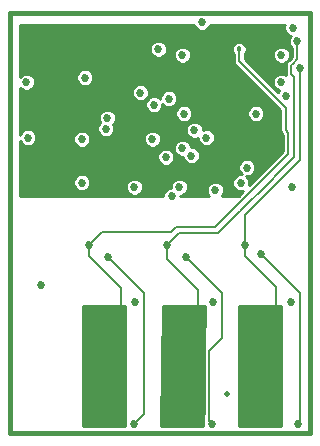
<source format=gbr>
G04 (created by PCBNEW-RS274X (2012-01-19 BZR 3256)-stable) date 9/11/2012 11:00:15 PM*
G01*
G70*
G90*
%MOIN*%
G04 Gerber Fmt 3.4, Leading zero omitted, Abs format*
%FSLAX34Y34*%
G04 APERTURE LIST*
%ADD10C,0.001000*%
%ADD11C,0.015000*%
%ADD12C,0.027000*%
%ADD13C,0.020000*%
%ADD14C,0.018000*%
%ADD15C,0.008000*%
%ADD16C,0.007000*%
%ADD17C,0.010000*%
G04 APERTURE END LIST*
G54D10*
G54D11*
X44016Y-40961D02*
X44016Y-54961D01*
X54016Y-40961D02*
X44016Y-40961D01*
X54016Y-54961D02*
X54016Y-40961D01*
X44016Y-54961D02*
X54016Y-54961D01*
G54D12*
X52616Y-45161D03*
X50066Y-43461D03*
X47366Y-46061D03*
X50666Y-45711D03*
X45716Y-44711D03*
X45666Y-46811D03*
X47616Y-43211D03*
X44566Y-43261D03*
G54D13*
X51266Y-53661D03*
G54D12*
X53216Y-43711D03*
X49216Y-45761D03*
X50066Y-45711D03*
X49666Y-46761D03*
X49416Y-47061D03*
X49766Y-45461D03*
X51716Y-46621D03*
X48766Y-45161D03*
X47266Y-44461D03*
X47216Y-44811D03*
X49766Y-42361D03*
X53066Y-43261D03*
X52216Y-44311D03*
X50866Y-46861D03*
X51916Y-46111D03*
X48366Y-43611D03*
X48166Y-46761D03*
X46416Y-46611D03*
X44616Y-45111D03*
X53416Y-46761D03*
X53066Y-42361D03*
X53450Y-41450D03*
X48966Y-42161D03*
X46416Y-45161D03*
X45066Y-50011D03*
X50416Y-41261D03*
X46516Y-43111D03*
X49316Y-43811D03*
X48816Y-44011D03*
X53400Y-50600D03*
X52400Y-49000D03*
X53616Y-54661D03*
X50800Y-50600D03*
X49900Y-49100D03*
X50766Y-54661D03*
X48200Y-50600D03*
X47300Y-49100D03*
X48166Y-54661D03*
X49816Y-44311D03*
X46566Y-54561D03*
X47166Y-54561D03*
X46566Y-54261D03*
X46866Y-54561D03*
X47766Y-54561D03*
X46866Y-54261D03*
X47766Y-53961D03*
X47766Y-54261D03*
X47466Y-54261D03*
X46566Y-53961D03*
X46866Y-53961D03*
X47166Y-53961D03*
X47466Y-53961D03*
X47166Y-54261D03*
X47466Y-54561D03*
X46650Y-48700D03*
G54D14*
X51666Y-42161D03*
G54D12*
X49466Y-54561D03*
X49166Y-54561D03*
X49466Y-54261D03*
X49166Y-54261D03*
X49766Y-54561D03*
X50066Y-54561D03*
X50366Y-54561D03*
X50066Y-53961D03*
X49166Y-53961D03*
X49466Y-53961D03*
X49766Y-53961D03*
X49766Y-54261D03*
X50366Y-53961D03*
X50366Y-54261D03*
X50066Y-54261D03*
X49250Y-48700D03*
X53600Y-41900D03*
X52066Y-54561D03*
X51766Y-53961D03*
X51766Y-54561D03*
X52666Y-53961D03*
X52966Y-54561D03*
X51766Y-54261D03*
X52066Y-54261D03*
X52366Y-54261D03*
X52666Y-54261D03*
X52966Y-54261D03*
X52966Y-53961D03*
X52366Y-54561D03*
X52066Y-53961D03*
X52666Y-54561D03*
X52366Y-53961D03*
X53700Y-42800D03*
X51850Y-48700D03*
X50166Y-44861D03*
X50566Y-45111D03*
G54D15*
X53700Y-54577D02*
X53700Y-50300D01*
X52400Y-49000D02*
X53700Y-50300D01*
X53616Y-54661D02*
X53700Y-54577D01*
X50666Y-52234D02*
X51100Y-51800D01*
X51100Y-51800D02*
X51100Y-50300D01*
X50766Y-54661D02*
X50666Y-54561D01*
X51100Y-50300D02*
X49900Y-49100D01*
X50666Y-54266D02*
X50666Y-54261D01*
X50666Y-54261D02*
X50666Y-52234D01*
X50666Y-54561D02*
X50666Y-54261D01*
X48500Y-51500D02*
X48500Y-50300D01*
X48500Y-50300D02*
X47300Y-49100D01*
X48166Y-54661D02*
X48500Y-54327D01*
X48500Y-54327D02*
X48500Y-51500D01*
X47717Y-54055D02*
X47717Y-50117D01*
X47150Y-49550D02*
X46650Y-49050D01*
X53216Y-44866D02*
X53300Y-44950D01*
X51666Y-42161D02*
X51666Y-42561D01*
X47717Y-50117D02*
X47150Y-49550D01*
G54D16*
X50850Y-48100D02*
X49700Y-48100D01*
X53300Y-44950D02*
X53300Y-45650D01*
X49700Y-48100D02*
X49550Y-48100D01*
X49400Y-48250D02*
X47400Y-48250D01*
G54D15*
X53216Y-44111D02*
X53216Y-44866D01*
X51666Y-42561D02*
X53216Y-44111D01*
X46650Y-49050D02*
X46650Y-48700D01*
G54D16*
X50950Y-48000D02*
X50850Y-48100D01*
X51050Y-47900D02*
X50950Y-48000D01*
X53200Y-45750D02*
X51850Y-47100D01*
X53300Y-45650D02*
X53200Y-45750D01*
X47100Y-48250D02*
X47400Y-48250D01*
X51850Y-47100D02*
X51050Y-47900D01*
X47100Y-48250D02*
X46650Y-48700D01*
X49550Y-48100D02*
X49400Y-48250D01*
G54D15*
X50276Y-50176D02*
X49750Y-49650D01*
G54D16*
X53600Y-42500D02*
X53450Y-42650D01*
X49250Y-48700D02*
X49650Y-48300D01*
X53500Y-43100D02*
X53500Y-44950D01*
G54D15*
X49750Y-49650D02*
X49250Y-49150D01*
G54D16*
X52950Y-46300D02*
X52950Y-46300D01*
G54D15*
X50276Y-54055D02*
X50276Y-50176D01*
G54D16*
X49950Y-48300D02*
X49800Y-48300D01*
X53400Y-42800D02*
X53400Y-43000D01*
X53400Y-43000D02*
X53500Y-43100D01*
X51200Y-48050D02*
X50950Y-48300D01*
X49650Y-48300D02*
X49800Y-48300D01*
X53450Y-42650D02*
X53400Y-42700D01*
X52950Y-46300D02*
X52672Y-46578D01*
X53250Y-46000D02*
X52950Y-46300D01*
X53500Y-43100D02*
X53500Y-43100D01*
X53500Y-44950D02*
X53500Y-45750D01*
X53600Y-42300D02*
X53600Y-42500D01*
X53400Y-42700D02*
X53400Y-42800D01*
X50950Y-48300D02*
X49950Y-48300D01*
X53500Y-45750D02*
X53250Y-46000D01*
X51700Y-47550D02*
X52672Y-46578D01*
X52672Y-46578D02*
X52672Y-46578D01*
G54D15*
X49250Y-49150D02*
X49250Y-48700D01*
G54D16*
X51700Y-47550D02*
X51200Y-48050D01*
X53600Y-41900D02*
X53600Y-42300D01*
G54D15*
X51850Y-49050D02*
X51850Y-48700D01*
G54D16*
X53700Y-45850D02*
X53600Y-45950D01*
X53700Y-42800D02*
X53700Y-43250D01*
X52550Y-47000D02*
X52150Y-47400D01*
G54D15*
X52874Y-54055D02*
X52874Y-50074D01*
G54D16*
X51850Y-47700D02*
X52150Y-47400D01*
G54D15*
X52874Y-50074D02*
X52350Y-49550D01*
G54D16*
X51850Y-47700D02*
X51850Y-48700D01*
X53700Y-43250D02*
X53700Y-45850D01*
X53600Y-45950D02*
X52550Y-47000D01*
G54D15*
X52350Y-49550D02*
X51850Y-49050D01*
G54D17*
X44350Y-41350D02*
X50145Y-41350D01*
X50686Y-41350D02*
X53184Y-41350D01*
X44350Y-41430D02*
X50184Y-41430D01*
X50648Y-41430D02*
X53166Y-41430D01*
X44350Y-41510D02*
X50277Y-41510D01*
X50557Y-41510D02*
X53168Y-41510D01*
X44350Y-41590D02*
X53201Y-41590D01*
X44350Y-41670D02*
X53269Y-41670D01*
X44350Y-41750D02*
X53355Y-41750D01*
X44350Y-41830D02*
X53321Y-41830D01*
X44350Y-41910D02*
X48830Y-41910D01*
X49101Y-41910D02*
X53316Y-41910D01*
X44350Y-41990D02*
X48736Y-41990D01*
X49196Y-41990D02*
X51499Y-41990D01*
X51833Y-41990D02*
X53331Y-41990D01*
X44350Y-42070D02*
X48696Y-42070D01*
X49235Y-42070D02*
X51445Y-42070D01*
X51887Y-42070D02*
X53369Y-42070D01*
X44350Y-42150D02*
X48682Y-42150D01*
X49250Y-42150D02*
X49576Y-42150D01*
X49956Y-42150D02*
X51427Y-42150D01*
X51905Y-42150D02*
X52876Y-42150D01*
X53256Y-42150D02*
X53415Y-42150D01*
X44350Y-42230D02*
X48688Y-42230D01*
X49245Y-42230D02*
X49250Y-42230D01*
X49250Y-42230D02*
X49513Y-42230D01*
X50018Y-42230D02*
X51436Y-42230D01*
X51897Y-42230D02*
X52813Y-42230D01*
X53318Y-42230D02*
X53415Y-42230D01*
X44350Y-42310D02*
X48721Y-42310D01*
X49212Y-42310D02*
X49250Y-42310D01*
X49250Y-42310D02*
X49482Y-42310D01*
X50050Y-42310D02*
X51476Y-42310D01*
X51856Y-42310D02*
X52782Y-42310D01*
X53350Y-42310D02*
X53415Y-42310D01*
X44350Y-42390D02*
X48794Y-42390D01*
X49138Y-42390D02*
X49250Y-42390D01*
X49250Y-42390D02*
X49482Y-42390D01*
X50050Y-42390D02*
X51476Y-42390D01*
X51856Y-42390D02*
X52782Y-42390D01*
X53350Y-42390D02*
X53415Y-42390D01*
X44350Y-42470D02*
X49250Y-42470D01*
X49250Y-42470D02*
X49504Y-42470D01*
X50028Y-42470D02*
X50050Y-42470D01*
X50050Y-42470D02*
X51476Y-42470D01*
X51856Y-42470D02*
X52804Y-42470D01*
X53328Y-42470D02*
X53350Y-42470D01*
X53350Y-42470D02*
X53368Y-42470D01*
X44350Y-42550D02*
X49250Y-42550D01*
X49250Y-42550D02*
X49554Y-42550D01*
X49978Y-42550D02*
X50050Y-42550D01*
X50050Y-42550D02*
X51476Y-42550D01*
X51923Y-42550D02*
X52854Y-42550D01*
X53278Y-42550D02*
X53288Y-42550D01*
X44350Y-42630D02*
X49250Y-42630D01*
X49250Y-42630D02*
X49674Y-42630D01*
X49859Y-42630D02*
X50050Y-42630D01*
X50050Y-42630D02*
X51490Y-42630D01*
X52003Y-42630D02*
X52974Y-42630D01*
X53159Y-42630D02*
X53228Y-42630D01*
X44350Y-42710D02*
X49250Y-42710D01*
X49250Y-42710D02*
X50050Y-42710D01*
X50050Y-42710D02*
X51547Y-42710D01*
X52083Y-42710D02*
X53215Y-42710D01*
X44350Y-42790D02*
X49250Y-42790D01*
X49250Y-42790D02*
X50050Y-42790D01*
X50050Y-42790D02*
X51627Y-42790D01*
X52163Y-42790D02*
X53215Y-42790D01*
X44350Y-42870D02*
X46356Y-42870D01*
X46674Y-42870D02*
X49250Y-42870D01*
X49250Y-42870D02*
X50050Y-42870D01*
X50050Y-42870D02*
X51707Y-42870D01*
X52243Y-42870D02*
X53215Y-42870D01*
X44350Y-42950D02*
X46276Y-42950D01*
X46756Y-42950D02*
X49250Y-42950D01*
X49250Y-42950D02*
X50050Y-42950D01*
X50050Y-42950D02*
X51787Y-42950D01*
X52323Y-42950D02*
X53215Y-42950D01*
X44350Y-43030D02*
X44396Y-43030D01*
X44736Y-43030D02*
X46242Y-43030D01*
X46789Y-43030D02*
X49250Y-43030D01*
X49250Y-43030D02*
X50050Y-43030D01*
X50050Y-43030D02*
X51867Y-43030D01*
X52403Y-43030D02*
X52896Y-43030D01*
X44810Y-43110D02*
X46232Y-43110D01*
X46800Y-43110D02*
X49250Y-43110D01*
X49250Y-43110D02*
X50050Y-43110D01*
X50050Y-43110D02*
X51947Y-43110D01*
X52483Y-43110D02*
X52821Y-43110D01*
X44843Y-43190D02*
X46242Y-43190D01*
X46791Y-43190D02*
X46800Y-43190D01*
X46800Y-43190D02*
X49250Y-43190D01*
X49250Y-43190D02*
X50050Y-43190D01*
X50050Y-43190D02*
X52027Y-43190D01*
X52563Y-43190D02*
X52787Y-43190D01*
X44850Y-43270D02*
X46275Y-43270D01*
X46757Y-43270D02*
X46800Y-43270D01*
X46800Y-43270D02*
X49250Y-43270D01*
X49250Y-43270D02*
X50050Y-43270D01*
X50050Y-43270D02*
X52107Y-43270D01*
X52643Y-43270D02*
X52782Y-43270D01*
X44837Y-43350D02*
X46354Y-43350D01*
X46678Y-43350D02*
X46800Y-43350D01*
X46800Y-43350D02*
X48254Y-43350D01*
X48477Y-43350D02*
X49250Y-43350D01*
X49250Y-43350D02*
X50050Y-43350D01*
X50050Y-43350D02*
X52187Y-43350D01*
X52723Y-43350D02*
X52796Y-43350D01*
X44798Y-43430D02*
X46800Y-43430D01*
X46800Y-43430D02*
X48146Y-43430D01*
X48586Y-43430D02*
X49250Y-43430D01*
X49250Y-43430D02*
X50050Y-43430D01*
X50050Y-43430D02*
X52267Y-43430D01*
X52803Y-43430D02*
X52834Y-43430D01*
X44350Y-43510D02*
X44427Y-43510D01*
X44707Y-43510D02*
X46800Y-43510D01*
X46800Y-43510D02*
X48100Y-43510D01*
X48631Y-43510D02*
X49250Y-43510D01*
X49250Y-43510D02*
X50050Y-43510D01*
X50050Y-43510D02*
X52347Y-43510D01*
X52883Y-43510D02*
X52927Y-43510D01*
X44350Y-43590D02*
X46800Y-43590D01*
X46800Y-43590D02*
X48082Y-43590D01*
X48650Y-43590D02*
X49136Y-43590D01*
X49496Y-43590D02*
X50050Y-43590D01*
X50050Y-43590D02*
X52427Y-43590D01*
X44350Y-43670D02*
X46800Y-43670D01*
X46800Y-43670D02*
X48084Y-43670D01*
X48650Y-43670D02*
X48650Y-43670D01*
X48650Y-43670D02*
X49067Y-43670D01*
X49564Y-43670D02*
X50050Y-43670D01*
X50050Y-43670D02*
X52507Y-43670D01*
X44350Y-43750D02*
X46800Y-43750D01*
X46800Y-43750D02*
X48117Y-43750D01*
X48616Y-43750D02*
X48650Y-43750D01*
X48650Y-43750D02*
X48704Y-43750D01*
X48927Y-43750D02*
X49033Y-43750D01*
X49597Y-43750D02*
X50050Y-43750D01*
X50050Y-43750D02*
X52587Y-43750D01*
X44350Y-43830D02*
X46800Y-43830D01*
X46800Y-43830D02*
X48184Y-43830D01*
X48548Y-43830D02*
X48596Y-43830D01*
X49600Y-43830D02*
X50050Y-43830D01*
X50050Y-43830D02*
X52667Y-43830D01*
X44350Y-43910D02*
X46800Y-43910D01*
X46800Y-43910D02*
X48550Y-43910D01*
X49583Y-43910D02*
X49600Y-43910D01*
X49600Y-43910D02*
X50050Y-43910D01*
X50050Y-43910D02*
X52747Y-43910D01*
X44350Y-43990D02*
X46800Y-43990D01*
X46800Y-43990D02*
X48532Y-43990D01*
X49538Y-43990D02*
X49600Y-43990D01*
X49600Y-43990D02*
X50050Y-43990D01*
X50050Y-43990D02*
X52827Y-43990D01*
X44350Y-44070D02*
X46800Y-44070D01*
X46800Y-44070D02*
X48534Y-44070D01*
X49100Y-44070D02*
X49200Y-44070D01*
X49433Y-44070D02*
X49600Y-44070D01*
X49600Y-44070D02*
X49656Y-44070D01*
X49974Y-44070D02*
X50050Y-44070D01*
X50050Y-44070D02*
X52056Y-44070D01*
X52374Y-44070D02*
X52907Y-44070D01*
X44350Y-44150D02*
X46800Y-44150D01*
X46800Y-44150D02*
X48567Y-44150D01*
X49066Y-44150D02*
X49576Y-44150D01*
X50056Y-44150D02*
X51976Y-44150D01*
X52456Y-44150D02*
X52987Y-44150D01*
X44350Y-44230D02*
X46800Y-44230D01*
X46800Y-44230D02*
X47096Y-44230D01*
X47436Y-44230D02*
X48634Y-44230D01*
X48998Y-44230D02*
X49542Y-44230D01*
X50089Y-44230D02*
X51942Y-44230D01*
X52489Y-44230D02*
X53026Y-44230D01*
X44350Y-44310D02*
X46800Y-44310D01*
X46800Y-44310D02*
X47021Y-44310D01*
X47510Y-44310D02*
X49532Y-44310D01*
X50100Y-44310D02*
X51932Y-44310D01*
X52500Y-44310D02*
X53026Y-44310D01*
X44350Y-44390D02*
X46800Y-44390D01*
X46800Y-44390D02*
X46987Y-44390D01*
X47543Y-44390D02*
X49542Y-44390D01*
X50091Y-44390D02*
X50100Y-44390D01*
X50100Y-44390D02*
X51942Y-44390D01*
X52491Y-44390D02*
X52500Y-44390D01*
X52500Y-44390D02*
X53026Y-44390D01*
X44350Y-44470D02*
X46800Y-44470D01*
X46800Y-44470D02*
X46982Y-44470D01*
X47550Y-44470D02*
X49575Y-44470D01*
X50057Y-44470D02*
X50100Y-44470D01*
X50100Y-44470D02*
X51975Y-44470D01*
X52457Y-44470D02*
X52500Y-44470D01*
X52500Y-44470D02*
X53026Y-44470D01*
X44350Y-44550D02*
X46800Y-44550D01*
X46800Y-44550D02*
X46996Y-44550D01*
X47537Y-44550D02*
X47550Y-44550D01*
X47550Y-44550D02*
X49654Y-44550D01*
X49978Y-44550D02*
X50100Y-44550D01*
X50100Y-44550D02*
X52054Y-44550D01*
X52378Y-44550D02*
X52500Y-44550D01*
X52500Y-44550D02*
X53026Y-44550D01*
X44350Y-44630D02*
X46800Y-44630D01*
X46800Y-44630D02*
X46995Y-44630D01*
X47498Y-44630D02*
X47550Y-44630D01*
X47550Y-44630D02*
X49996Y-44630D01*
X50336Y-44630D02*
X52500Y-44630D01*
X52500Y-44630D02*
X53026Y-44630D01*
X44350Y-44710D02*
X46800Y-44710D01*
X46800Y-44710D02*
X46950Y-44710D01*
X47481Y-44710D02*
X47550Y-44710D01*
X47550Y-44710D02*
X49921Y-44710D01*
X50410Y-44710D02*
X52500Y-44710D01*
X52500Y-44710D02*
X53026Y-44710D01*
X44350Y-44790D02*
X46800Y-44790D01*
X46800Y-44790D02*
X46932Y-44790D01*
X47500Y-44790D02*
X47550Y-44790D01*
X47550Y-44790D02*
X49887Y-44790D01*
X50443Y-44790D02*
X52500Y-44790D01*
X52500Y-44790D02*
X53026Y-44790D01*
X44350Y-44870D02*
X44456Y-44870D01*
X44774Y-44870D02*
X46800Y-44870D01*
X46800Y-44870D02*
X46934Y-44870D01*
X47500Y-44870D02*
X47550Y-44870D01*
X47550Y-44870D02*
X49882Y-44870D01*
X50724Y-44870D02*
X52500Y-44870D01*
X52500Y-44870D02*
X53027Y-44870D01*
X44350Y-44950D02*
X44376Y-44950D01*
X44856Y-44950D02*
X46226Y-44950D01*
X46606Y-44950D02*
X46800Y-44950D01*
X46800Y-44950D02*
X46967Y-44950D01*
X47466Y-44950D02*
X47550Y-44950D01*
X47550Y-44950D02*
X48576Y-44950D01*
X48956Y-44950D02*
X49896Y-44950D01*
X50806Y-44950D02*
X52500Y-44950D01*
X52500Y-44950D02*
X53048Y-44950D01*
X44889Y-45030D02*
X46163Y-45030D01*
X46668Y-45030D02*
X46800Y-45030D01*
X46800Y-45030D02*
X47034Y-45030D01*
X47398Y-45030D02*
X47550Y-45030D01*
X47550Y-45030D02*
X48513Y-45030D01*
X49018Y-45030D02*
X49934Y-45030D01*
X50839Y-45030D02*
X52500Y-45030D01*
X52500Y-45030D02*
X53112Y-45030D01*
X44900Y-45110D02*
X46132Y-45110D01*
X46700Y-45110D02*
X46800Y-45110D01*
X46800Y-45110D02*
X47550Y-45110D01*
X47550Y-45110D02*
X48482Y-45110D01*
X49050Y-45110D02*
X50027Y-45110D01*
X50850Y-45110D02*
X52500Y-45110D01*
X52500Y-45110D02*
X53115Y-45110D01*
X44891Y-45190D02*
X46132Y-45190D01*
X46700Y-45190D02*
X46800Y-45190D01*
X46800Y-45190D02*
X47550Y-45190D01*
X47550Y-45190D02*
X48482Y-45190D01*
X49050Y-45190D02*
X49678Y-45190D01*
X49853Y-45190D02*
X50292Y-45190D01*
X50841Y-45190D02*
X50850Y-45190D01*
X50850Y-45190D02*
X52500Y-45190D01*
X52500Y-45190D02*
X53115Y-45190D01*
X44350Y-45270D02*
X44375Y-45270D01*
X44857Y-45270D02*
X46154Y-45270D01*
X46678Y-45270D02*
X46700Y-45270D01*
X46700Y-45270D02*
X46800Y-45270D01*
X46800Y-45270D02*
X47550Y-45270D01*
X47550Y-45270D02*
X48504Y-45270D01*
X49028Y-45270D02*
X49050Y-45270D01*
X49050Y-45270D02*
X49556Y-45270D01*
X49976Y-45270D02*
X50325Y-45270D01*
X50807Y-45270D02*
X50850Y-45270D01*
X50850Y-45270D02*
X52500Y-45270D01*
X52500Y-45270D02*
X53115Y-45270D01*
X44350Y-45350D02*
X44454Y-45350D01*
X44778Y-45350D02*
X46204Y-45350D01*
X46628Y-45350D02*
X46700Y-45350D01*
X46700Y-45350D02*
X46800Y-45350D01*
X46800Y-45350D02*
X47550Y-45350D01*
X47550Y-45350D02*
X48554Y-45350D01*
X48978Y-45350D02*
X49050Y-45350D01*
X49050Y-45350D02*
X49504Y-45350D01*
X50027Y-45350D02*
X50404Y-45350D01*
X50728Y-45350D02*
X50850Y-45350D01*
X50850Y-45350D02*
X52500Y-45350D01*
X52500Y-45350D02*
X53115Y-45350D01*
X44350Y-45430D02*
X46324Y-45430D01*
X46509Y-45430D02*
X46700Y-45430D01*
X46700Y-45430D02*
X46800Y-45430D01*
X46800Y-45430D02*
X47550Y-45430D01*
X47550Y-45430D02*
X48674Y-45430D01*
X48859Y-45430D02*
X49050Y-45430D01*
X49050Y-45430D02*
X49482Y-45430D01*
X50130Y-45430D02*
X50850Y-45430D01*
X50850Y-45430D02*
X52500Y-45430D01*
X52500Y-45430D02*
X53115Y-45430D01*
X44350Y-45510D02*
X46700Y-45510D01*
X46700Y-45510D02*
X46800Y-45510D01*
X46800Y-45510D02*
X47550Y-45510D01*
X47550Y-45510D02*
X49050Y-45510D01*
X49050Y-45510D02*
X49080Y-45510D01*
X49351Y-45510D02*
X49482Y-45510D01*
X50266Y-45510D02*
X50850Y-45510D01*
X50850Y-45510D02*
X52500Y-45510D01*
X52500Y-45510D02*
X53115Y-45510D01*
X44350Y-45590D02*
X46700Y-45590D01*
X46700Y-45590D02*
X46800Y-45590D01*
X46800Y-45590D02*
X47550Y-45590D01*
X47550Y-45590D02*
X48986Y-45590D01*
X49446Y-45590D02*
X49513Y-45590D01*
X50323Y-45590D02*
X50850Y-45590D01*
X50850Y-45590D02*
X52500Y-45590D01*
X52500Y-45590D02*
X53098Y-45590D01*
X44350Y-45670D02*
X46700Y-45670D01*
X46700Y-45670D02*
X46800Y-45670D01*
X46800Y-45670D02*
X47550Y-45670D01*
X47550Y-45670D02*
X48946Y-45670D01*
X49485Y-45670D02*
X49574Y-45670D01*
X50350Y-45670D02*
X50850Y-45670D01*
X50850Y-45670D02*
X52500Y-45670D01*
X52500Y-45670D02*
X53017Y-45670D01*
X44350Y-45750D02*
X46700Y-45750D01*
X46700Y-45750D02*
X46800Y-45750D01*
X46800Y-45750D02*
X47550Y-45750D01*
X47550Y-45750D02*
X48932Y-45750D01*
X49500Y-45750D02*
X49782Y-45750D01*
X50350Y-45750D02*
X50850Y-45750D01*
X50850Y-45750D02*
X52500Y-45750D01*
X52500Y-45750D02*
X52937Y-45750D01*
X44350Y-45830D02*
X46700Y-45830D01*
X46700Y-45830D02*
X46800Y-45830D01*
X46800Y-45830D02*
X47550Y-45830D01*
X47550Y-45830D02*
X48938Y-45830D01*
X49495Y-45830D02*
X49500Y-45830D01*
X49500Y-45830D02*
X49809Y-45830D01*
X50324Y-45830D02*
X50350Y-45830D01*
X50350Y-45830D02*
X50850Y-45830D01*
X50850Y-45830D02*
X51852Y-45830D01*
X51980Y-45830D02*
X52500Y-45830D01*
X52500Y-45830D02*
X52857Y-45830D01*
X44350Y-45910D02*
X46700Y-45910D01*
X46700Y-45910D02*
X46800Y-45910D01*
X46800Y-45910D02*
X47550Y-45910D01*
X47550Y-45910D02*
X48971Y-45910D01*
X49462Y-45910D02*
X49500Y-45910D01*
X49500Y-45910D02*
X49864Y-45910D01*
X50268Y-45910D02*
X50350Y-45910D01*
X50350Y-45910D02*
X50850Y-45910D01*
X50850Y-45910D02*
X51716Y-45910D01*
X52116Y-45910D02*
X52500Y-45910D01*
X52500Y-45910D02*
X52777Y-45910D01*
X44350Y-45990D02*
X46700Y-45990D01*
X46700Y-45990D02*
X46800Y-45990D01*
X46800Y-45990D02*
X47550Y-45990D01*
X47550Y-45990D02*
X49044Y-45990D01*
X49388Y-45990D02*
X49500Y-45990D01*
X49500Y-45990D02*
X49998Y-45990D01*
X50135Y-45990D02*
X50350Y-45990D01*
X50350Y-45990D02*
X50850Y-45990D01*
X50850Y-45990D02*
X51659Y-45990D01*
X52173Y-45990D02*
X52500Y-45990D01*
X52500Y-45990D02*
X52697Y-45990D01*
X44350Y-46070D02*
X46700Y-46070D01*
X46700Y-46070D02*
X46800Y-46070D01*
X46800Y-46070D02*
X47550Y-46070D01*
X47550Y-46070D02*
X49500Y-46070D01*
X49500Y-46070D02*
X50350Y-46070D01*
X50350Y-46070D02*
X50850Y-46070D01*
X50850Y-46070D02*
X51632Y-46070D01*
X52200Y-46070D02*
X52500Y-46070D01*
X52500Y-46070D02*
X52617Y-46070D01*
X44350Y-46150D02*
X46700Y-46150D01*
X46700Y-46150D02*
X46800Y-46150D01*
X46800Y-46150D02*
X47550Y-46150D01*
X47550Y-46150D02*
X49500Y-46150D01*
X49500Y-46150D02*
X50350Y-46150D01*
X50350Y-46150D02*
X50850Y-46150D01*
X50850Y-46150D02*
X51632Y-46150D01*
X52200Y-46150D02*
X52500Y-46150D01*
X52500Y-46150D02*
X52537Y-46150D01*
X44350Y-46230D02*
X46700Y-46230D01*
X46700Y-46230D02*
X46800Y-46230D01*
X46800Y-46230D02*
X47550Y-46230D01*
X47550Y-46230D02*
X49500Y-46230D01*
X49500Y-46230D02*
X50350Y-46230D01*
X50350Y-46230D02*
X50850Y-46230D01*
X50850Y-46230D02*
X51659Y-46230D01*
X52174Y-46230D02*
X52457Y-46230D01*
X44350Y-46310D02*
X46700Y-46310D01*
X46700Y-46310D02*
X46800Y-46310D01*
X46800Y-46310D02*
X47550Y-46310D01*
X47550Y-46310D02*
X49500Y-46310D01*
X49500Y-46310D02*
X50350Y-46310D01*
X50350Y-46310D02*
X50850Y-46310D01*
X50850Y-46310D02*
X51714Y-46310D01*
X52118Y-46310D02*
X52377Y-46310D01*
X44350Y-46390D02*
X46236Y-46390D01*
X46596Y-46390D02*
X46700Y-46390D01*
X46700Y-46390D02*
X46800Y-46390D01*
X46800Y-46390D02*
X47550Y-46390D01*
X47550Y-46390D02*
X49500Y-46390D01*
X49500Y-46390D02*
X50350Y-46390D01*
X50350Y-46390D02*
X50850Y-46390D01*
X50850Y-46390D02*
X51546Y-46390D01*
X51985Y-46390D02*
X52297Y-46390D01*
X44350Y-46470D02*
X46167Y-46470D01*
X46664Y-46470D02*
X46700Y-46470D01*
X46700Y-46470D02*
X46800Y-46470D01*
X46800Y-46470D02*
X47550Y-46470D01*
X47550Y-46470D02*
X49500Y-46470D01*
X49500Y-46470D02*
X50350Y-46470D01*
X50350Y-46470D02*
X50850Y-46470D01*
X50850Y-46470D02*
X51471Y-46470D01*
X51960Y-46470D02*
X52217Y-46470D01*
X44350Y-46550D02*
X46133Y-46550D01*
X46697Y-46550D02*
X46700Y-46550D01*
X46700Y-46550D02*
X46800Y-46550D01*
X46800Y-46550D02*
X47550Y-46550D01*
X47550Y-46550D02*
X47976Y-46550D01*
X48356Y-46550D02*
X49476Y-46550D01*
X49856Y-46550D02*
X50350Y-46550D01*
X50350Y-46550D02*
X50850Y-46550D01*
X50850Y-46550D02*
X51437Y-46550D01*
X51993Y-46550D02*
X52137Y-46550D01*
X44350Y-46630D02*
X46132Y-46630D01*
X46700Y-46630D02*
X46800Y-46630D01*
X46800Y-46630D02*
X47550Y-46630D01*
X47550Y-46630D02*
X47913Y-46630D01*
X48418Y-46630D02*
X49413Y-46630D01*
X49918Y-46630D02*
X50350Y-46630D01*
X50350Y-46630D02*
X50696Y-46630D01*
X51036Y-46630D02*
X51432Y-46630D01*
X52000Y-46630D02*
X52057Y-46630D01*
X44350Y-46710D02*
X46150Y-46710D01*
X46683Y-46710D02*
X46700Y-46710D01*
X46700Y-46710D02*
X46800Y-46710D01*
X46800Y-46710D02*
X47550Y-46710D01*
X47550Y-46710D02*
X47882Y-46710D01*
X48450Y-46710D02*
X49382Y-46710D01*
X49950Y-46710D02*
X50350Y-46710D01*
X50350Y-46710D02*
X50621Y-46710D01*
X51110Y-46710D02*
X51446Y-46710D01*
X44350Y-46790D02*
X46194Y-46790D01*
X46638Y-46790D02*
X46700Y-46790D01*
X46700Y-46790D02*
X46800Y-46790D01*
X46800Y-46790D02*
X47550Y-46790D01*
X47550Y-46790D02*
X47882Y-46790D01*
X48450Y-46790D02*
X49328Y-46790D01*
X49950Y-46790D02*
X50350Y-46790D01*
X50350Y-46790D02*
X50587Y-46790D01*
X51143Y-46790D02*
X51484Y-46790D01*
X44350Y-46870D02*
X46300Y-46870D01*
X46533Y-46870D02*
X46700Y-46870D01*
X46700Y-46870D02*
X46800Y-46870D01*
X46800Y-46870D02*
X47550Y-46870D01*
X47550Y-46870D02*
X47904Y-46870D01*
X48428Y-46870D02*
X48450Y-46870D01*
X48450Y-46870D02*
X49206Y-46870D01*
X49928Y-46870D02*
X50350Y-46870D01*
X50350Y-46870D02*
X50582Y-46870D01*
X51150Y-46870D02*
X51577Y-46870D01*
X44350Y-46950D02*
X46700Y-46950D01*
X46700Y-46950D02*
X46800Y-46950D01*
X46800Y-46950D02*
X47550Y-46950D01*
X47550Y-46950D02*
X47954Y-46950D01*
X48378Y-46950D02*
X48450Y-46950D01*
X48450Y-46950D02*
X49154Y-46950D01*
X49878Y-46950D02*
X50350Y-46950D01*
X50350Y-46950D02*
X50596Y-46950D01*
X51137Y-46950D02*
X51737Y-46950D01*
X44350Y-47030D02*
X46700Y-47030D01*
X46700Y-47030D02*
X46800Y-47030D01*
X46800Y-47030D02*
X47550Y-47030D01*
X47550Y-47030D02*
X48074Y-47030D01*
X48259Y-47030D02*
X48450Y-47030D01*
X48450Y-47030D02*
X49132Y-47030D01*
X49759Y-47030D02*
X50350Y-47030D01*
X50350Y-47030D02*
X50634Y-47030D01*
X51098Y-47030D02*
X51658Y-47030D01*
X53415Y-42423D02*
X53350Y-42488D01*
X53350Y-42418D01*
X53350Y-42305D01*
X53307Y-42201D01*
X53227Y-42121D01*
X53123Y-42077D01*
X53010Y-42077D01*
X52906Y-42120D01*
X52826Y-42200D01*
X52782Y-42304D01*
X52782Y-42417D01*
X52825Y-42521D01*
X52905Y-42601D01*
X53009Y-42645D01*
X53122Y-42645D01*
X53226Y-42602D01*
X53306Y-42522D01*
X53350Y-42418D01*
X53350Y-42488D01*
X53319Y-42519D01*
X53317Y-42521D01*
X53269Y-42569D01*
X53229Y-42629D01*
X53215Y-42700D01*
X53215Y-42800D01*
X53215Y-43000D01*
X53218Y-43017D01*
X53123Y-42977D01*
X53010Y-42977D01*
X52906Y-43020D01*
X52826Y-43100D01*
X52782Y-43204D01*
X52782Y-43317D01*
X52825Y-43421D01*
X52905Y-43501D01*
X52989Y-43536D01*
X52976Y-43550D01*
X52960Y-43587D01*
X51856Y-42483D01*
X51856Y-42309D01*
X51868Y-42297D01*
X51905Y-42209D01*
X51905Y-42114D01*
X51869Y-42026D01*
X51802Y-41959D01*
X51714Y-41922D01*
X51619Y-41922D01*
X51531Y-41958D01*
X51464Y-42025D01*
X51427Y-42113D01*
X51427Y-42208D01*
X51463Y-42296D01*
X51476Y-42309D01*
X51476Y-42561D01*
X51490Y-42634D01*
X51532Y-42695D01*
X53026Y-44189D01*
X53026Y-44866D01*
X53040Y-44939D01*
X53082Y-45000D01*
X53115Y-45033D01*
X53115Y-45573D01*
X53069Y-45619D01*
X52500Y-46187D01*
X52500Y-44368D01*
X52500Y-44255D01*
X52457Y-44151D01*
X52377Y-44071D01*
X52273Y-44027D01*
X52160Y-44027D01*
X52056Y-44070D01*
X51976Y-44150D01*
X51932Y-44254D01*
X51932Y-44367D01*
X51975Y-44471D01*
X52055Y-44551D01*
X52159Y-44595D01*
X52272Y-44595D01*
X52376Y-44552D01*
X52456Y-44472D01*
X52500Y-44368D01*
X52500Y-46187D01*
X51992Y-46695D01*
X52000Y-46678D01*
X52000Y-46565D01*
X51957Y-46461D01*
X51891Y-46395D01*
X51972Y-46395D01*
X52076Y-46352D01*
X52156Y-46272D01*
X52200Y-46168D01*
X52200Y-46055D01*
X52157Y-45951D01*
X52077Y-45871D01*
X51973Y-45827D01*
X51860Y-45827D01*
X51756Y-45870D01*
X51676Y-45950D01*
X51632Y-46054D01*
X51632Y-46167D01*
X51675Y-46271D01*
X51741Y-46337D01*
X51660Y-46337D01*
X51556Y-46380D01*
X51476Y-46460D01*
X51432Y-46564D01*
X51432Y-46677D01*
X51475Y-46781D01*
X51555Y-46861D01*
X51659Y-46905D01*
X51772Y-46905D01*
X51790Y-46897D01*
X51719Y-46969D01*
X51638Y-47050D01*
X51078Y-47050D01*
X51106Y-47022D01*
X51150Y-46918D01*
X51150Y-46805D01*
X51107Y-46701D01*
X51027Y-46621D01*
X50923Y-46577D01*
X50850Y-46577D01*
X50850Y-45168D01*
X50850Y-45055D01*
X50807Y-44951D01*
X50727Y-44871D01*
X50623Y-44827D01*
X50510Y-44827D01*
X50450Y-44851D01*
X50450Y-44805D01*
X50407Y-44701D01*
X50327Y-44621D01*
X50223Y-44577D01*
X50110Y-44577D01*
X50100Y-44581D01*
X50100Y-44368D01*
X50100Y-44255D01*
X50057Y-44151D01*
X50050Y-44144D01*
X50050Y-42418D01*
X50050Y-42305D01*
X50007Y-42201D01*
X49927Y-42121D01*
X49823Y-42077D01*
X49710Y-42077D01*
X49606Y-42120D01*
X49526Y-42200D01*
X49482Y-42304D01*
X49482Y-42417D01*
X49525Y-42521D01*
X49605Y-42601D01*
X49709Y-42645D01*
X49822Y-42645D01*
X49926Y-42602D01*
X50006Y-42522D01*
X50050Y-42418D01*
X50050Y-44144D01*
X49977Y-44071D01*
X49873Y-44027D01*
X49760Y-44027D01*
X49656Y-44070D01*
X49600Y-44126D01*
X49600Y-43868D01*
X49600Y-43755D01*
X49557Y-43651D01*
X49477Y-43571D01*
X49373Y-43527D01*
X49260Y-43527D01*
X49250Y-43531D01*
X49250Y-42218D01*
X49250Y-42105D01*
X49207Y-42001D01*
X49127Y-41921D01*
X49023Y-41877D01*
X48910Y-41877D01*
X48806Y-41920D01*
X48726Y-42000D01*
X48682Y-42104D01*
X48682Y-42217D01*
X48725Y-42321D01*
X48805Y-42401D01*
X48909Y-42445D01*
X49022Y-42445D01*
X49126Y-42402D01*
X49206Y-42322D01*
X49250Y-42218D01*
X49250Y-43531D01*
X49156Y-43570D01*
X49076Y-43650D01*
X49032Y-43754D01*
X49032Y-43826D01*
X48977Y-43771D01*
X48873Y-43727D01*
X48760Y-43727D01*
X48656Y-43770D01*
X48650Y-43776D01*
X48650Y-43668D01*
X48650Y-43555D01*
X48607Y-43451D01*
X48527Y-43371D01*
X48423Y-43327D01*
X48310Y-43327D01*
X48206Y-43370D01*
X48126Y-43450D01*
X48082Y-43554D01*
X48082Y-43667D01*
X48125Y-43771D01*
X48205Y-43851D01*
X48309Y-43895D01*
X48422Y-43895D01*
X48526Y-43852D01*
X48606Y-43772D01*
X48650Y-43668D01*
X48650Y-43776D01*
X48576Y-43850D01*
X48532Y-43954D01*
X48532Y-44067D01*
X48575Y-44171D01*
X48655Y-44251D01*
X48759Y-44295D01*
X48872Y-44295D01*
X48976Y-44252D01*
X49056Y-44172D01*
X49100Y-44068D01*
X49100Y-43996D01*
X49155Y-44051D01*
X49259Y-44095D01*
X49372Y-44095D01*
X49476Y-44052D01*
X49556Y-43972D01*
X49600Y-43868D01*
X49600Y-44126D01*
X49576Y-44150D01*
X49532Y-44254D01*
X49532Y-44367D01*
X49575Y-44471D01*
X49655Y-44551D01*
X49759Y-44595D01*
X49872Y-44595D01*
X49976Y-44552D01*
X50056Y-44472D01*
X50100Y-44368D01*
X50100Y-44581D01*
X50006Y-44620D01*
X49926Y-44700D01*
X49882Y-44804D01*
X49882Y-44917D01*
X49925Y-45021D01*
X50005Y-45101D01*
X50109Y-45145D01*
X50222Y-45145D01*
X50282Y-45120D01*
X50282Y-45167D01*
X50325Y-45271D01*
X50405Y-45351D01*
X50509Y-45395D01*
X50622Y-45395D01*
X50726Y-45352D01*
X50806Y-45272D01*
X50850Y-45168D01*
X50850Y-46577D01*
X50810Y-46577D01*
X50706Y-46620D01*
X50626Y-46700D01*
X50582Y-46804D01*
X50582Y-46917D01*
X50625Y-47021D01*
X50654Y-47050D01*
X50350Y-47050D01*
X50350Y-45768D01*
X50350Y-45655D01*
X50307Y-45551D01*
X50227Y-45471D01*
X50123Y-45427D01*
X50050Y-45427D01*
X50050Y-45405D01*
X50007Y-45301D01*
X49927Y-45221D01*
X49823Y-45177D01*
X49710Y-45177D01*
X49606Y-45220D01*
X49526Y-45300D01*
X49482Y-45404D01*
X49482Y-45517D01*
X49525Y-45621D01*
X49605Y-45701D01*
X49709Y-45745D01*
X49782Y-45745D01*
X49782Y-45767D01*
X49825Y-45871D01*
X49905Y-45951D01*
X50009Y-45995D01*
X50122Y-45995D01*
X50226Y-45952D01*
X50306Y-45872D01*
X50350Y-45768D01*
X50350Y-47050D01*
X49700Y-47050D01*
X49700Y-47045D01*
X49722Y-47045D01*
X49826Y-47002D01*
X49906Y-46922D01*
X49950Y-46818D01*
X49950Y-46705D01*
X49907Y-46601D01*
X49827Y-46521D01*
X49723Y-46477D01*
X49610Y-46477D01*
X49506Y-46520D01*
X49500Y-46526D01*
X49500Y-45818D01*
X49500Y-45705D01*
X49457Y-45601D01*
X49377Y-45521D01*
X49273Y-45477D01*
X49160Y-45477D01*
X49056Y-45520D01*
X49050Y-45526D01*
X49050Y-45218D01*
X49050Y-45105D01*
X49007Y-45001D01*
X48927Y-44921D01*
X48823Y-44877D01*
X48710Y-44877D01*
X48606Y-44920D01*
X48526Y-45000D01*
X48482Y-45104D01*
X48482Y-45217D01*
X48525Y-45321D01*
X48605Y-45401D01*
X48709Y-45445D01*
X48822Y-45445D01*
X48926Y-45402D01*
X49006Y-45322D01*
X49050Y-45218D01*
X49050Y-45526D01*
X48976Y-45600D01*
X48932Y-45704D01*
X48932Y-45817D01*
X48975Y-45921D01*
X49055Y-46001D01*
X49159Y-46045D01*
X49272Y-46045D01*
X49376Y-46002D01*
X49456Y-45922D01*
X49500Y-45818D01*
X49500Y-46526D01*
X49426Y-46600D01*
X49382Y-46704D01*
X49382Y-46777D01*
X49360Y-46777D01*
X49256Y-46820D01*
X49176Y-46900D01*
X49132Y-47004D01*
X49132Y-47050D01*
X48450Y-47050D01*
X48450Y-46818D01*
X48450Y-46705D01*
X48407Y-46601D01*
X48327Y-46521D01*
X48223Y-46477D01*
X48110Y-46477D01*
X48006Y-46520D01*
X47926Y-46600D01*
X47882Y-46704D01*
X47882Y-46817D01*
X47925Y-46921D01*
X48005Y-47001D01*
X48109Y-47045D01*
X48222Y-47045D01*
X48326Y-47002D01*
X48406Y-46922D01*
X48450Y-46818D01*
X48450Y-47050D01*
X47550Y-47050D01*
X47550Y-44518D01*
X47550Y-44405D01*
X47507Y-44301D01*
X47427Y-44221D01*
X47323Y-44177D01*
X47210Y-44177D01*
X47106Y-44220D01*
X47026Y-44300D01*
X46982Y-44404D01*
X46982Y-44517D01*
X47019Y-44606D01*
X46976Y-44650D01*
X46932Y-44754D01*
X46932Y-44867D01*
X46975Y-44971D01*
X47055Y-45051D01*
X47159Y-45095D01*
X47272Y-45095D01*
X47376Y-45052D01*
X47456Y-44972D01*
X47500Y-44868D01*
X47500Y-44755D01*
X47462Y-44665D01*
X47506Y-44622D01*
X47550Y-44518D01*
X47550Y-47050D01*
X46800Y-47050D01*
X46800Y-43168D01*
X46800Y-43055D01*
X46757Y-42951D01*
X46677Y-42871D01*
X46573Y-42827D01*
X46460Y-42827D01*
X46356Y-42870D01*
X46276Y-42950D01*
X46232Y-43054D01*
X46232Y-43167D01*
X46275Y-43271D01*
X46355Y-43351D01*
X46459Y-43395D01*
X46572Y-43395D01*
X46676Y-43352D01*
X46756Y-43272D01*
X46800Y-43168D01*
X46800Y-47050D01*
X46700Y-47050D01*
X46700Y-46668D01*
X46700Y-46555D01*
X46700Y-45218D01*
X46700Y-45105D01*
X46657Y-45001D01*
X46577Y-44921D01*
X46473Y-44877D01*
X46360Y-44877D01*
X46256Y-44920D01*
X46176Y-45000D01*
X46132Y-45104D01*
X46132Y-45217D01*
X46175Y-45321D01*
X46255Y-45401D01*
X46359Y-45445D01*
X46472Y-45445D01*
X46576Y-45402D01*
X46656Y-45322D01*
X46700Y-45218D01*
X46700Y-46555D01*
X46657Y-46451D01*
X46577Y-46371D01*
X46473Y-46327D01*
X46360Y-46327D01*
X46256Y-46370D01*
X46176Y-46450D01*
X46132Y-46554D01*
X46132Y-46667D01*
X46175Y-46771D01*
X46255Y-46851D01*
X46359Y-46895D01*
X46472Y-46895D01*
X46576Y-46852D01*
X46656Y-46772D01*
X46700Y-46668D01*
X46700Y-47050D01*
X44350Y-47050D01*
X44350Y-45210D01*
X44375Y-45271D01*
X44455Y-45351D01*
X44559Y-45395D01*
X44672Y-45395D01*
X44776Y-45352D01*
X44856Y-45272D01*
X44900Y-45168D01*
X44900Y-45055D01*
X44857Y-44951D01*
X44777Y-44871D01*
X44673Y-44827D01*
X44560Y-44827D01*
X44456Y-44870D01*
X44376Y-44950D01*
X44350Y-45011D01*
X44350Y-43446D01*
X44405Y-43501D01*
X44509Y-43545D01*
X44622Y-43545D01*
X44726Y-43502D01*
X44806Y-43422D01*
X44850Y-43318D01*
X44850Y-43205D01*
X44807Y-43101D01*
X44727Y-43021D01*
X44623Y-42977D01*
X44510Y-42977D01*
X44406Y-43020D01*
X44350Y-43076D01*
X44350Y-41350D01*
X50145Y-41350D01*
X50175Y-41421D01*
X50255Y-41501D01*
X50359Y-41545D01*
X50472Y-41545D01*
X50576Y-41502D01*
X50656Y-41422D01*
X50686Y-41350D01*
X53184Y-41350D01*
X53166Y-41393D01*
X53166Y-41506D01*
X53209Y-41610D01*
X53289Y-41690D01*
X53373Y-41725D01*
X53360Y-41739D01*
X53316Y-41843D01*
X53316Y-41956D01*
X53359Y-42060D01*
X53415Y-42116D01*
X53415Y-42300D01*
X53415Y-42423D01*
G54D10*
G36*
X47866Y-54711D02*
X46466Y-54711D01*
X46466Y-50711D01*
X47866Y-50711D01*
X47866Y-54711D01*
X47866Y-54711D01*
G37*
G54D17*
X47866Y-54711D02*
X46466Y-54711D01*
X46466Y-50711D01*
X47866Y-50711D01*
X47866Y-54711D01*
G54D10*
G36*
X50515Y-50711D02*
X50497Y-52149D01*
X50490Y-52161D01*
X50476Y-52234D01*
X50476Y-53961D01*
X50467Y-54711D01*
X49067Y-54711D01*
X49115Y-50711D01*
X50515Y-50711D01*
X50515Y-50711D01*
G37*
G54D17*
X50515Y-50711D02*
X50497Y-52149D01*
X50490Y-52161D01*
X50476Y-52234D01*
X50476Y-53961D01*
X50467Y-54711D01*
X49067Y-54711D01*
X49115Y-50711D01*
X50515Y-50711D01*
G54D10*
G36*
X53066Y-54711D02*
X51666Y-54711D01*
X51666Y-50711D01*
X53066Y-50711D01*
X53066Y-54711D01*
X53066Y-54711D01*
G37*
G54D17*
X53066Y-54711D02*
X51666Y-54711D01*
X51666Y-50711D01*
X53066Y-50711D01*
X53066Y-54711D01*
M02*

</source>
